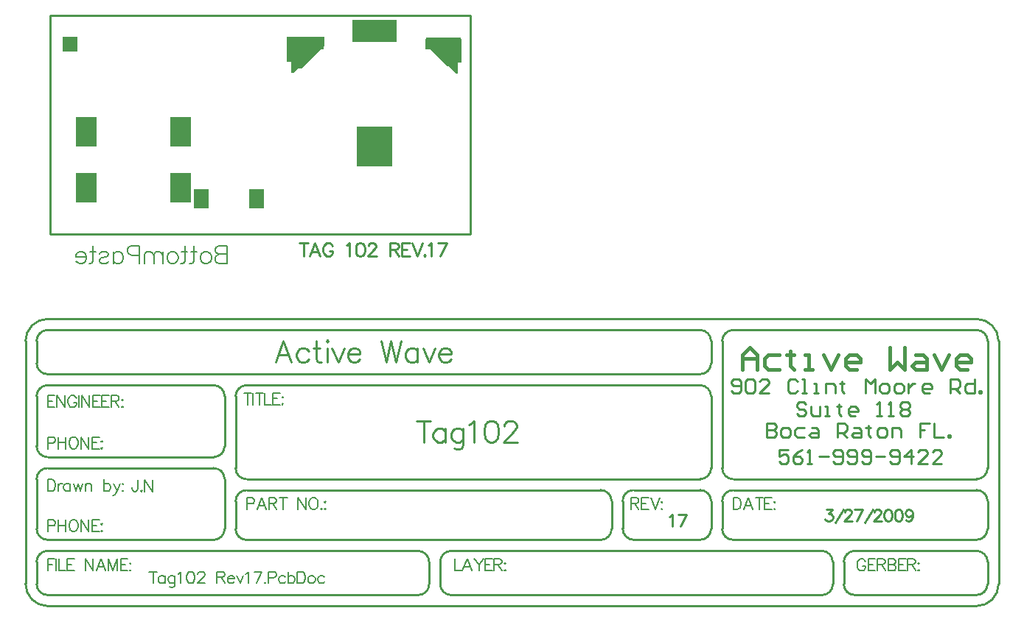
<source format=gbp>
%FSLAX23Y23*%
%MOIN*%
G70*
G01*
G75*
G04 Layer_Color=128*
%ADD10C,0.030*%
%ADD11R,0.030X0.030*%
%ADD12R,0.074X0.045*%
%ADD13C,0.040*%
%ADD14R,0.020X0.050*%
%ADD15O,0.016X0.060*%
%ADD16R,0.024X0.024*%
%ADD17O,0.016X0.060*%
%ADD18R,0.030X0.030*%
%ADD19R,0.024X0.100*%
%ADD20R,0.024X0.090*%
%ADD21R,0.070X0.024*%
%ADD22R,0.090X0.024*%
%ADD23O,0.024X0.080*%
%ADD24R,0.075X0.043*%
%ADD25R,0.014X0.035*%
%ADD26R,0.014X0.035*%
%ADD27R,0.050X0.036*%
%ADD28R,0.036X0.036*%
%ADD29R,0.036X0.036*%
%ADD30R,0.036X0.050*%
%ADD31R,0.063X0.051*%
%ADD32R,0.080X0.060*%
%ADD33C,0.010*%
%ADD34C,0.014*%
%ADD35C,0.006*%
%ADD36C,0.016*%
%ADD37C,0.015*%
%ADD38C,0.025*%
%ADD39C,0.012*%
%ADD40C,0.008*%
%ADD41C,0.020*%
%ADD42C,0.005*%
%ADD43C,0.009*%
%ADD44C,0.062*%
%ADD45R,0.062X0.062*%
%ADD46O,0.040X0.060*%
%ADD47C,0.070*%
%ADD48C,0.122*%
%ADD49C,0.028*%
%ADD50R,0.070X0.070*%
%ADD51R,0.067X0.091*%
%ADD52C,0.020*%
%ADD53R,0.200X0.100*%
%ADD54R,0.160X0.180*%
%ADD55R,0.098X0.138*%
%ADD56C,0.032*%
%ADD57C,0.010*%
G36*
X3Y72D02*
X7D01*
Y-34D01*
X-9D01*
Y-85D01*
X-17D01*
X-49Y-53D01*
X-57D01*
X-137Y25D01*
X-158D01*
Y72D01*
X-155D01*
Y77D01*
X3D01*
X3Y72D01*
D02*
G37*
G36*
X-613Y41D02*
X-617Y37D01*
Y25D01*
X-629D01*
X-714Y-60D01*
X-733D01*
X-755Y-82D01*
X-765D01*
Y-31D01*
X-782D01*
Y82D01*
X-613D01*
Y41D01*
D02*
G37*
D33*
X-1854Y-811D02*
Y178D01*
Y-811D02*
X48D01*
X-1854Y178D02*
X48D01*
Y-811D02*
Y178D01*
X-706Y-852D02*
Y-912D01*
X-726Y-852D02*
X-686D01*
X-633Y-912D02*
X-656Y-852D01*
X-679Y-912D01*
X-670Y-892D02*
X-642D01*
X-576Y-866D02*
X-579Y-861D01*
X-585Y-855D01*
X-591Y-852D01*
X-602D01*
X-608Y-855D01*
X-613Y-861D01*
X-616Y-866D01*
X-619Y-875D01*
Y-889D01*
X-616Y-898D01*
X-613Y-903D01*
X-608Y-909D01*
X-602Y-912D01*
X-591D01*
X-585Y-909D01*
X-579Y-903D01*
X-576Y-898D01*
Y-889D01*
X-591D02*
X-576D01*
X-515Y-863D02*
X-510Y-861D01*
X-501Y-852D01*
Y-912D01*
X-454Y-852D02*
X-463Y-855D01*
X-469Y-863D01*
X-471Y-878D01*
Y-886D01*
X-469Y-901D01*
X-463Y-909D01*
X-454Y-912D01*
X-449D01*
X-440Y-909D01*
X-434Y-901D01*
X-431Y-886D01*
Y-878D01*
X-434Y-863D01*
X-440Y-855D01*
X-449Y-852D01*
X-454D01*
X-415Y-866D02*
Y-863D01*
X-412Y-858D01*
X-409Y-855D01*
X-404Y-852D01*
X-392D01*
X-387Y-855D01*
X-384Y-858D01*
X-381Y-863D01*
Y-869D01*
X-384Y-875D01*
X-390Y-883D01*
X-418Y-912D01*
X-378D01*
X-318Y-852D02*
Y-912D01*
Y-852D02*
X-292D01*
X-283Y-855D01*
X-280Y-858D01*
X-278Y-863D01*
Y-869D01*
X-280Y-875D01*
X-283Y-878D01*
X-292Y-881D01*
X-318D01*
X-298D02*
X-278Y-912D01*
X-227Y-852D02*
X-264D01*
Y-912D01*
X-227D01*
X-264Y-881D02*
X-241D01*
X-217Y-852D02*
X-194Y-912D01*
X-171Y-852D02*
X-194Y-912D01*
X-161Y-906D02*
X-164Y-909D01*
X-161Y-912D01*
X-158Y-909D01*
X-161Y-906D01*
X-145Y-863D02*
X-139Y-861D01*
X-130Y-852D01*
Y-912D01*
X-61Y-852D02*
X-89Y-912D01*
X-101Y-852D02*
X-61D01*
X2385Y-2020D02*
G03*
X2336Y-1971I-49J0D01*
G01*
X1235D02*
G03*
X1185Y-2021I0J-50D01*
G01*
X2335Y-1921D02*
G03*
X2385Y-1871I0J50D01*
G01*
X1185D02*
G03*
X1235Y-1921I50J0D01*
G01*
X-1865Y-1196D02*
G03*
X-1965Y-1296I0J-100D01*
G01*
Y-2395D02*
G03*
X-1866Y-2496I101J0D01*
G01*
X2335Y-2496D02*
G03*
X2435Y-2396I0J100D01*
G01*
Y-1296D02*
G03*
X2335Y-1196I-100J0D01*
G01*
X2385Y-1295D02*
G03*
X2334Y-1246I-49J0D01*
G01*
X2335Y-2196D02*
G03*
X2385Y-2146I0J50D01*
G01*
X2385Y-2295D02*
G03*
X2335Y-2246I-50J-1D01*
G01*
Y-2446D02*
G03*
X2385Y-2396I0J50D01*
G01*
X1085Y-2196D02*
G03*
X1135Y-2146I0J50D01*
G01*
X1185Y-2147D02*
G03*
X1235Y-2196I49J0D01*
G01*
X1135Y-2020D02*
G03*
X1086Y-1971I-49J0D01*
G01*
X-1915Y-2396D02*
G03*
X-1866Y-2446I50J0D01*
G01*
X1086Y-1921D02*
G03*
X1135Y-1871I-1J50D01*
G01*
X-1865Y-2246D02*
G03*
X-1915Y-2296I0J-50D01*
G01*
X1135Y-1546D02*
G03*
X1085Y-1496I-50J0D01*
G01*
Y-1446D02*
G03*
X1135Y-1396I0J50D01*
G01*
X1235Y-1246D02*
G03*
X1185Y-1296I0J-50D01*
G01*
X1135D02*
G03*
X1085Y-1246I-50J0D01*
G01*
X-1865D02*
G03*
X-1915Y-1296I0J-50D01*
G01*
Y-1396D02*
G03*
X-1865Y-1446I50J0D01*
G01*
Y-1496D02*
G03*
X-1915Y-1546I0J-50D01*
G01*
Y-1771D02*
G03*
X-1865Y-1821I50J0D01*
G01*
Y-1871D02*
G03*
X-1915Y-1921I0J-50D01*
G01*
Y-2146D02*
G03*
X-1866Y-2196I50J0D01*
G01*
X-965Y-1496D02*
G03*
X-1015Y-1546I0J-50D01*
G01*
X-965Y-1971D02*
G03*
X-1015Y-2021I0J-50D01*
G01*
X783Y-1971D02*
G03*
X735Y-2022I0J-48D01*
G01*
X735Y-2145D02*
G03*
X785Y-2196I51J0D01*
G01*
X636Y-2196D02*
G03*
X685Y-2146I0J49D01*
G01*
X685Y-2020D02*
G03*
X636Y-1971I-49J0D01*
G01*
X-1114Y-2196D02*
G03*
X-1065Y-2147I0J49D01*
G01*
X-1015D02*
G03*
X-966Y-2196I49J0D01*
G01*
X-1015Y-1872D02*
G03*
X-966Y-1921I49J0D01*
G01*
X-1065Y-1920D02*
G03*
X-1116Y-1871I-49J0D01*
G01*
X-1113Y-1821D02*
G03*
X-1065Y-1773I0J48D01*
G01*
Y-1545D02*
G03*
X-1114Y-1496I-49J0D01*
G01*
X1785Y-2246D02*
G03*
X1735Y-2296I0J-50D01*
G01*
Y-2397D02*
G03*
X1785Y-2446I49J0D01*
G01*
X1636Y-2446D02*
G03*
X1685Y-2397I1J48D01*
G01*
X1685Y-2296D02*
G03*
X1635Y-2246I-50J0D01*
G01*
X-90Y-2396D02*
G03*
X-41Y-2446I50J0D01*
G01*
X-40Y-2246D02*
G03*
X-90Y-2296I0J-50D01*
G01*
X-189Y-2446D02*
G03*
X-140Y-2397I1J48D01*
G01*
X-140Y-2296D02*
G03*
X-190Y-2246I-50J0D01*
G01*
X2385Y-2146D02*
Y-2020D01*
X1185Y-2146D02*
Y-2021D01*
X2385Y-1871D02*
Y-1296D01*
X1185Y-1871D02*
Y-1296D01*
X-1965Y-2396D02*
Y-1296D01*
X-1915Y-2396D02*
Y-2296D01*
X2385Y-2396D02*
Y-2296D01*
X1135Y-2146D02*
Y-2021D01*
X735Y-2146D02*
Y-2021D01*
X-1015Y-2146D02*
Y-2021D01*
X685Y-2146D02*
Y-2021D01*
X-1015Y-1871D02*
Y-1546D01*
X1135Y-1871D02*
Y-1546D01*
Y-1396D02*
Y-1296D01*
X-1915Y-1396D02*
Y-1296D01*
X-1065Y-1771D02*
Y-1546D01*
X-1915Y-1771D02*
Y-1546D01*
X-1065Y-2146D02*
Y-1921D01*
X-1915Y-2146D02*
Y-1921D01*
X2435Y-2396D02*
Y-1296D01*
X1735Y-2396D02*
Y-2296D01*
X1685Y-2396D02*
Y-2296D01*
X-90Y-2396D02*
Y-2296D01*
X-140Y-2396D02*
Y-2296D01*
X1235Y-1971D02*
X2335D01*
X1235Y-1921D02*
X2335D01*
X-965D02*
X1085D01*
X1235Y-1246D02*
X2335D01*
X1235Y-2196D02*
X2335D01*
X785Y-1971D02*
X1085D01*
X785Y-2196D02*
X1085D01*
X-965D02*
X635D01*
X-965Y-1971D02*
X635D01*
X-965Y-1496D02*
X1085D01*
X-1865Y-1446D02*
X1085D01*
X-1865Y-1496D02*
X-1115D01*
X-1865Y-1821D02*
X-1115D01*
X-1865Y-1871D02*
X-1115D01*
X-1865Y-2196D02*
X-1115D01*
X-1865Y-1196D02*
X2335D01*
X-1865Y-2496D02*
X2335D01*
X-1865Y-1246D02*
X1085D01*
X1785Y-2246D02*
X2335D01*
X1785Y-2446D02*
X2335D01*
X-40Y-2246D02*
X1635D01*
X-1865D02*
X-190D01*
X-1865Y-2446D02*
X-190D01*
X-40D02*
X1635D01*
X1564Y-1583D02*
X1554Y-1572D01*
X1532D01*
X1522Y-1583D01*
Y-1593D01*
X1532Y-1604D01*
X1554D01*
X1564Y-1615D01*
Y-1625D01*
X1554Y-1636D01*
X1532D01*
X1522Y-1625D01*
X1586Y-1593D02*
Y-1625D01*
X1596Y-1636D01*
X1628D01*
Y-1593D01*
X1649Y-1636D02*
X1671D01*
X1660D01*
Y-1593D01*
X1649D01*
X1713Y-1583D02*
Y-1593D01*
X1703D01*
X1724D01*
X1713D01*
Y-1625D01*
X1724Y-1636D01*
X1788D02*
X1767D01*
X1756Y-1625D01*
Y-1604D01*
X1767Y-1593D01*
X1788D01*
X1799Y-1604D01*
Y-1615D01*
X1756D01*
X1884Y-1636D02*
X1905D01*
X1895D01*
Y-1572D01*
X1884Y-1583D01*
X1937Y-1636D02*
X1959D01*
X1948D01*
Y-1572D01*
X1937Y-1583D01*
X1991D02*
X2001Y-1572D01*
X2023D01*
X2033Y-1583D01*
Y-1593D01*
X2023Y-1604D01*
X2033Y-1615D01*
Y-1625D01*
X2023Y-1636D01*
X2001D01*
X1991Y-1625D01*
Y-1615D01*
X2001Y-1604D01*
X1991Y-1593D01*
Y-1583D01*
X2001Y-1604D02*
X2023D01*
X1484Y-1787D02*
X1442D01*
Y-1819D01*
X1463Y-1808D01*
X1474D01*
X1484Y-1819D01*
Y-1840D01*
X1474Y-1851D01*
X1452D01*
X1442Y-1840D01*
X1548Y-1787D02*
X1527Y-1798D01*
X1506Y-1819D01*
Y-1840D01*
X1516Y-1851D01*
X1537D01*
X1548Y-1840D01*
Y-1830D01*
X1537Y-1819D01*
X1506D01*
X1569Y-1851D02*
X1591D01*
X1580D01*
Y-1787D01*
X1569Y-1798D01*
X1623Y-1819D02*
X1665D01*
X1687Y-1840D02*
X1697Y-1851D01*
X1719D01*
X1729Y-1840D01*
Y-1798D01*
X1719Y-1787D01*
X1697D01*
X1687Y-1798D01*
Y-1808D01*
X1697Y-1819D01*
X1729D01*
X1751Y-1840D02*
X1761Y-1851D01*
X1783D01*
X1793Y-1840D01*
Y-1798D01*
X1783Y-1787D01*
X1761D01*
X1751Y-1798D01*
Y-1808D01*
X1761Y-1819D01*
X1793D01*
X1815Y-1840D02*
X1825Y-1851D01*
X1847D01*
X1857Y-1840D01*
Y-1798D01*
X1847Y-1787D01*
X1825D01*
X1815Y-1798D01*
Y-1808D01*
X1825Y-1819D01*
X1857D01*
X1879D02*
X1921D01*
X1943Y-1840D02*
X1953Y-1851D01*
X1975D01*
X1985Y-1840D01*
Y-1798D01*
X1975Y-1787D01*
X1953D01*
X1943Y-1798D01*
Y-1808D01*
X1953Y-1819D01*
X1985D01*
X2039Y-1851D02*
Y-1787D01*
X2007Y-1819D01*
X2049D01*
X2113Y-1851D02*
X2071D01*
X2113Y-1808D01*
Y-1798D01*
X2103Y-1787D01*
X2081D01*
X2071Y-1798D01*
X2177Y-1851D02*
X2135D01*
X2177Y-1808D01*
Y-1798D01*
X2167Y-1787D01*
X2145D01*
X2135Y-1798D01*
X1227Y-1520D02*
X1237Y-1531D01*
X1259D01*
X1269Y-1520D01*
Y-1478D01*
X1259Y-1467D01*
X1237D01*
X1227Y-1478D01*
Y-1488D01*
X1237Y-1499D01*
X1269D01*
X1291Y-1478D02*
X1301Y-1467D01*
X1322D01*
X1333Y-1478D01*
Y-1520D01*
X1322Y-1531D01*
X1301D01*
X1291Y-1520D01*
Y-1478D01*
X1397Y-1531D02*
X1354D01*
X1397Y-1488D01*
Y-1478D01*
X1386Y-1467D01*
X1365D01*
X1354Y-1478D01*
X1525D02*
X1514Y-1467D01*
X1493D01*
X1482Y-1478D01*
Y-1520D01*
X1493Y-1531D01*
X1514D01*
X1525Y-1520D01*
X1546Y-1531D02*
X1568D01*
X1557D01*
Y-1467D01*
X1546D01*
X1600Y-1531D02*
X1621D01*
X1610D01*
Y-1488D01*
X1600D01*
X1653Y-1531D02*
Y-1488D01*
X1685D01*
X1696Y-1499D01*
Y-1531D01*
X1728Y-1478D02*
Y-1488D01*
X1717D01*
X1738D01*
X1728D01*
Y-1520D01*
X1738Y-1531D01*
X1834D02*
Y-1467D01*
X1856Y-1488D01*
X1877Y-1467D01*
Y-1531D01*
X1909D02*
X1930D01*
X1941Y-1520D01*
Y-1499D01*
X1930Y-1488D01*
X1909D01*
X1898Y-1499D01*
Y-1520D01*
X1909Y-1531D01*
X1973D02*
X1994D01*
X2005Y-1520D01*
Y-1499D01*
X1994Y-1488D01*
X1973D01*
X1962Y-1499D01*
Y-1520D01*
X1973Y-1531D01*
X2026Y-1488D02*
Y-1531D01*
Y-1510D01*
X2037Y-1499D01*
X2048Y-1488D01*
X2058D01*
X2122Y-1531D02*
X2101D01*
X2090Y-1520D01*
Y-1499D01*
X2101Y-1488D01*
X2122D01*
X2133Y-1499D01*
Y-1510D01*
X2090D01*
X2218Y-1531D02*
Y-1467D01*
X2250D01*
X2261Y-1478D01*
Y-1499D01*
X2250Y-1510D01*
X2218D01*
X2240D02*
X2261Y-1531D01*
X2325Y-1467D02*
Y-1531D01*
X2293D01*
X2282Y-1520D01*
Y-1499D01*
X2293Y-1488D01*
X2325D01*
X2346Y-1531D02*
Y-1520D01*
X2357D01*
Y-1531D01*
X2346D01*
X1387Y-1667D02*
Y-1731D01*
X1419D01*
X1429Y-1720D01*
Y-1710D01*
X1419Y-1699D01*
X1387D01*
X1419D01*
X1429Y-1688D01*
Y-1678D01*
X1419Y-1667D01*
X1387D01*
X1461Y-1731D02*
X1482D01*
X1493Y-1720D01*
Y-1699D01*
X1482Y-1688D01*
X1461D01*
X1451Y-1699D01*
Y-1720D01*
X1461Y-1731D01*
X1557Y-1688D02*
X1525D01*
X1514Y-1699D01*
Y-1720D01*
X1525Y-1731D01*
X1557D01*
X1589Y-1688D02*
X1610D01*
X1621Y-1699D01*
Y-1731D01*
X1589D01*
X1578Y-1720D01*
X1589Y-1710D01*
X1621D01*
X1706Y-1731D02*
Y-1667D01*
X1738D01*
X1749Y-1678D01*
Y-1699D01*
X1738Y-1710D01*
X1706D01*
X1728D02*
X1749Y-1731D01*
X1781Y-1688D02*
X1802D01*
X1813Y-1699D01*
Y-1731D01*
X1781D01*
X1770Y-1720D01*
X1781Y-1710D01*
X1813D01*
X1845Y-1678D02*
Y-1688D01*
X1834D01*
X1856D01*
X1845D01*
Y-1720D01*
X1856Y-1731D01*
X1898D02*
X1920D01*
X1930Y-1720D01*
Y-1699D01*
X1920Y-1688D01*
X1898D01*
X1888Y-1699D01*
Y-1720D01*
X1898Y-1731D01*
X1952D02*
Y-1688D01*
X1984D01*
X1994Y-1699D01*
Y-1731D01*
X2122Y-1667D02*
X2080D01*
Y-1699D01*
X2101D01*
X2080D01*
Y-1731D01*
X2144Y-1667D02*
Y-1731D01*
X2186D01*
X2208D02*
Y-1720D01*
X2218D01*
Y-1731D01*
X2208D01*
D37*
X1277Y-1426D02*
Y-1359D01*
X1310Y-1326D01*
X1343Y-1359D01*
Y-1426D01*
Y-1376D01*
X1277D01*
X1443Y-1359D02*
X1393D01*
X1376Y-1376D01*
Y-1409D01*
X1393Y-1426D01*
X1443D01*
X1493Y-1343D02*
Y-1359D01*
X1476D01*
X1510D01*
X1493D01*
Y-1409D01*
X1510Y-1426D01*
X1560D02*
X1593D01*
X1576D01*
Y-1359D01*
X1560D01*
X1643D02*
X1676Y-1426D01*
X1710Y-1359D01*
X1793Y-1426D02*
X1760D01*
X1743Y-1409D01*
Y-1376D01*
X1760Y-1359D01*
X1793D01*
X1810Y-1376D01*
Y-1393D01*
X1743D01*
X1943Y-1326D02*
Y-1426D01*
X1976Y-1393D01*
X2010Y-1426D01*
Y-1326D01*
X2060Y-1359D02*
X2093D01*
X2110Y-1376D01*
Y-1426D01*
X2060D01*
X2043Y-1409D01*
X2060Y-1393D01*
X2110D01*
X2143Y-1359D02*
X2176Y-1426D01*
X2210Y-1359D01*
X2293Y-1426D02*
X2260D01*
X2243Y-1409D01*
Y-1376D01*
X2260Y-1359D01*
X2293D01*
X2310Y-1376D01*
Y-1393D01*
X2243D01*
D40*
X-1053Y-865D02*
Y-945D01*
Y-865D02*
X-1087D01*
X-1099Y-869D01*
X-1103Y-873D01*
X-1106Y-880D01*
Y-888D01*
X-1103Y-895D01*
X-1099Y-899D01*
X-1087Y-903D01*
X-1053D02*
X-1087D01*
X-1099Y-907D01*
X-1103Y-911D01*
X-1106Y-918D01*
Y-930D01*
X-1103Y-937D01*
X-1099Y-941D01*
X-1087Y-945D01*
X-1053D01*
X-1143Y-892D02*
X-1136Y-895D01*
X-1128Y-903D01*
X-1124Y-915D01*
Y-922D01*
X-1128Y-934D01*
X-1136Y-941D01*
X-1143Y-945D01*
X-1155D01*
X-1162Y-941D01*
X-1170Y-934D01*
X-1174Y-922D01*
Y-915D01*
X-1170Y-903D01*
X-1162Y-895D01*
X-1155Y-892D01*
X-1143D01*
X-1203Y-865D02*
Y-930D01*
X-1206Y-941D01*
X-1214Y-945D01*
X-1222D01*
X-1191Y-892D02*
X-1218D01*
X-1245Y-865D02*
Y-930D01*
X-1248Y-941D01*
X-1256Y-945D01*
X-1264D01*
X-1233Y-892D02*
X-1260D01*
X-1294D02*
X-1286Y-895D01*
X-1279Y-903D01*
X-1275Y-915D01*
Y-922D01*
X-1279Y-934D01*
X-1286Y-941D01*
X-1294Y-945D01*
X-1306D01*
X-1313Y-941D01*
X-1321Y-934D01*
X-1325Y-922D01*
Y-915D01*
X-1321Y-903D01*
X-1313Y-895D01*
X-1306Y-892D01*
X-1294D01*
X-1342D02*
Y-945D01*
Y-907D02*
X-1354Y-895D01*
X-1361Y-892D01*
X-1373D01*
X-1380Y-895D01*
X-1384Y-907D01*
Y-945D01*
Y-907D02*
X-1395Y-895D01*
X-1403Y-892D01*
X-1414D01*
X-1422Y-895D01*
X-1426Y-907D01*
Y-945D01*
X-1451Y-907D02*
X-1485D01*
X-1497Y-903D01*
X-1501Y-899D01*
X-1504Y-892D01*
Y-880D01*
X-1501Y-873D01*
X-1497Y-869D01*
X-1485Y-865D01*
X-1451D01*
Y-945D01*
X-1568Y-892D02*
Y-945D01*
Y-903D02*
X-1560Y-895D01*
X-1553Y-892D01*
X-1541D01*
X-1534Y-895D01*
X-1526Y-903D01*
X-1522Y-915D01*
Y-922D01*
X-1526Y-934D01*
X-1534Y-941D01*
X-1541Y-945D01*
X-1553D01*
X-1560Y-941D01*
X-1568Y-934D01*
X-1631Y-903D02*
X-1627Y-895D01*
X-1616Y-892D01*
X-1605D01*
X-1593Y-895D01*
X-1589Y-903D01*
X-1593Y-911D01*
X-1601Y-915D01*
X-1620Y-918D01*
X-1627Y-922D01*
X-1631Y-930D01*
Y-934D01*
X-1627Y-941D01*
X-1616Y-945D01*
X-1605D01*
X-1593Y-941D01*
X-1589Y-934D01*
X-1659Y-865D02*
Y-930D01*
X-1663Y-941D01*
X-1671Y-945D01*
X-1678D01*
X-1648Y-892D02*
X-1675D01*
X-1690Y-915D02*
X-1736D01*
Y-907D01*
X-1732Y-899D01*
X-1728Y-895D01*
X-1720Y-892D01*
X-1709D01*
X-1701Y-895D01*
X-1694Y-903D01*
X-1690Y-915D01*
Y-922D01*
X-1694Y-934D01*
X-1701Y-941D01*
X-1709Y-945D01*
X-1720D01*
X-1728Y-941D01*
X-1736Y-934D01*
X-1457Y-1924D02*
Y-1965D01*
X-1459Y-1972D01*
X-1462Y-1975D01*
X-1467Y-1977D01*
X-1472D01*
X-1477Y-1975D01*
X-1480Y-1972D01*
X-1482Y-1965D01*
Y-1959D01*
X-1440Y-1972D02*
X-1443Y-1975D01*
X-1440Y-1977D01*
X-1438Y-1975D01*
X-1440Y-1972D01*
X-1426Y-1924D02*
Y-1977D01*
Y-1924D02*
X-1391Y-1977D01*
Y-1924D02*
Y-1977D01*
D42*
X-1388Y-2340D02*
Y-2393D01*
X-1406Y-2340D02*
X-1370D01*
X-1334Y-2357D02*
Y-2393D01*
Y-2365D02*
X-1339Y-2360D01*
X-1344Y-2357D01*
X-1351D01*
X-1356Y-2360D01*
X-1362Y-2365D01*
X-1364Y-2373D01*
Y-2378D01*
X-1362Y-2385D01*
X-1356Y-2390D01*
X-1351Y-2393D01*
X-1344D01*
X-1339Y-2390D01*
X-1334Y-2385D01*
X-1289Y-2357D02*
Y-2398D01*
X-1291Y-2406D01*
X-1294Y-2408D01*
X-1299Y-2411D01*
X-1307D01*
X-1312Y-2408D01*
X-1289Y-2365D02*
X-1294Y-2360D01*
X-1299Y-2357D01*
X-1307D01*
X-1312Y-2360D01*
X-1317Y-2365D01*
X-1319Y-2373D01*
Y-2378D01*
X-1317Y-2385D01*
X-1312Y-2390D01*
X-1307Y-2393D01*
X-1299D01*
X-1294Y-2390D01*
X-1289Y-2385D01*
X-1275Y-2350D02*
X-1270Y-2347D01*
X-1262Y-2340D01*
Y-2393D01*
X-1220Y-2340D02*
X-1228Y-2342D01*
X-1233Y-2350D01*
X-1236Y-2363D01*
Y-2370D01*
X-1233Y-2383D01*
X-1228Y-2390D01*
X-1220Y-2393D01*
X-1215D01*
X-1208Y-2390D01*
X-1203Y-2383D01*
X-1200Y-2370D01*
Y-2363D01*
X-1203Y-2350D01*
X-1208Y-2342D01*
X-1215Y-2340D01*
X-1220D01*
X-1186Y-2352D02*
Y-2350D01*
X-1183Y-2345D01*
X-1181Y-2342D01*
X-1175Y-2340D01*
X-1165D01*
X-1160Y-2342D01*
X-1158Y-2345D01*
X-1155Y-2350D01*
Y-2355D01*
X-1158Y-2360D01*
X-1163Y-2368D01*
X-1188Y-2393D01*
X-1153D01*
X-1099Y-2340D02*
Y-2393D01*
Y-2340D02*
X-1076D01*
X-1068Y-2342D01*
X-1066Y-2345D01*
X-1063Y-2350D01*
Y-2355D01*
X-1066Y-2360D01*
X-1068Y-2363D01*
X-1076Y-2365D01*
X-1099D01*
X-1081D02*
X-1063Y-2393D01*
X-1051Y-2373D02*
X-1021D01*
Y-2368D01*
X-1023Y-2363D01*
X-1026Y-2360D01*
X-1031Y-2357D01*
X-1039D01*
X-1044Y-2360D01*
X-1049Y-2365D01*
X-1051Y-2373D01*
Y-2378D01*
X-1049Y-2385D01*
X-1044Y-2390D01*
X-1039Y-2393D01*
X-1031D01*
X-1026Y-2390D01*
X-1021Y-2385D01*
X-1009Y-2357D02*
X-994Y-2393D01*
X-979Y-2357D02*
X-994Y-2393D01*
X-970Y-2350D02*
X-965Y-2347D01*
X-958Y-2340D01*
Y-2393D01*
X-896Y-2340D02*
X-921Y-2393D01*
X-931Y-2340D02*
X-896D01*
X-881Y-2388D02*
X-884Y-2390D01*
X-881Y-2393D01*
X-879Y-2390D01*
X-881Y-2388D01*
X-867Y-2368D02*
X-844D01*
X-836Y-2365D01*
X-834Y-2363D01*
X-831Y-2357D01*
Y-2350D01*
X-834Y-2345D01*
X-836Y-2342D01*
X-844Y-2340D01*
X-867D01*
Y-2393D01*
X-789Y-2365D02*
X-794Y-2360D01*
X-799Y-2357D01*
X-807D01*
X-812Y-2360D01*
X-817Y-2365D01*
X-819Y-2373D01*
Y-2378D01*
X-817Y-2385D01*
X-812Y-2390D01*
X-807Y-2393D01*
X-799D01*
X-794Y-2390D01*
X-789Y-2385D01*
X-778Y-2340D02*
Y-2393D01*
Y-2365D02*
X-772Y-2360D01*
X-767Y-2357D01*
X-760D01*
X-755Y-2360D01*
X-750Y-2365D01*
X-747Y-2373D01*
Y-2378D01*
X-750Y-2385D01*
X-755Y-2390D01*
X-760Y-2393D01*
X-767D01*
X-772Y-2390D01*
X-778Y-2385D01*
X-736Y-2340D02*
Y-2393D01*
Y-2340D02*
X-718D01*
X-710Y-2342D01*
X-705Y-2347D01*
X-703Y-2352D01*
X-700Y-2360D01*
Y-2373D01*
X-703Y-2380D01*
X-705Y-2385D01*
X-710Y-2390D01*
X-718Y-2393D01*
X-736D01*
X-675Y-2357D02*
X-681Y-2360D01*
X-686Y-2365D01*
X-688Y-2373D01*
Y-2378D01*
X-686Y-2385D01*
X-681Y-2390D01*
X-675Y-2393D01*
X-668D01*
X-663Y-2390D01*
X-658Y-2385D01*
X-655Y-2378D01*
Y-2373D01*
X-658Y-2365D01*
X-663Y-2360D01*
X-668Y-2357D01*
X-675D01*
X-613Y-2365D02*
X-618Y-2360D01*
X-623Y-2357D01*
X-631D01*
X-636Y-2360D01*
X-641Y-2365D01*
X-643Y-2373D01*
Y-2378D01*
X-641Y-2385D01*
X-636Y-2390D01*
X-631Y-2393D01*
X-623D01*
X-618Y-2390D01*
X-613Y-2385D01*
X1235Y-2005D02*
Y-2059D01*
Y-2005D02*
X1253D01*
X1260Y-2008D01*
X1265Y-2013D01*
X1268Y-2018D01*
X1270Y-2026D01*
Y-2038D01*
X1268Y-2046D01*
X1265Y-2051D01*
X1260Y-2056D01*
X1253Y-2059D01*
X1235D01*
X1323D02*
X1303Y-2005D01*
X1282Y-2059D01*
X1290Y-2041D02*
X1315D01*
X1353Y-2005D02*
Y-2059D01*
X1335Y-2005D02*
X1371D01*
X1410D02*
X1377D01*
Y-2059D01*
X1410D01*
X1377Y-2031D02*
X1398D01*
X1422Y-2023D02*
X1419Y-2026D01*
X1422Y-2028D01*
X1424Y-2026D01*
X1422Y-2023D01*
Y-2054D02*
X1419Y-2056D01*
X1422Y-2059D01*
X1424Y-2056D01*
X1422Y-2054D01*
X772Y-2005D02*
Y-2059D01*
Y-2005D02*
X795D01*
X803Y-2008D01*
X805Y-2010D01*
X808Y-2016D01*
Y-2021D01*
X805Y-2026D01*
X803Y-2028D01*
X795Y-2031D01*
X772D01*
X790D02*
X808Y-2059D01*
X853Y-2005D02*
X820D01*
Y-2059D01*
X853D01*
X820Y-2031D02*
X840D01*
X862Y-2005D02*
X882Y-2059D01*
X902Y-2005D02*
X882Y-2059D01*
X912Y-2023D02*
X909Y-2026D01*
X912Y-2028D01*
X914Y-2026D01*
X912Y-2023D01*
Y-2054D02*
X909Y-2056D01*
X912Y-2059D01*
X914Y-2056D01*
X912Y-2054D01*
X-1865Y-1758D02*
X-1842D01*
X-1835Y-1756D01*
X-1832Y-1753D01*
X-1830Y-1748D01*
Y-1741D01*
X-1832Y-1735D01*
X-1835Y-1733D01*
X-1842Y-1730D01*
X-1865D01*
Y-1784D01*
X-1818Y-1730D02*
Y-1784D01*
X-1782Y-1730D02*
Y-1784D01*
X-1818Y-1756D02*
X-1782D01*
X-1752Y-1730D02*
X-1757Y-1733D01*
X-1762Y-1738D01*
X-1765Y-1743D01*
X-1767Y-1751D01*
Y-1763D01*
X-1765Y-1771D01*
X-1762Y-1776D01*
X-1757Y-1781D01*
X-1752Y-1784D01*
X-1742D01*
X-1737Y-1781D01*
X-1732Y-1776D01*
X-1729Y-1771D01*
X-1727Y-1763D01*
Y-1751D01*
X-1729Y-1743D01*
X-1732Y-1738D01*
X-1737Y-1733D01*
X-1742Y-1730D01*
X-1752D01*
X-1714D02*
Y-1784D01*
Y-1730D02*
X-1679Y-1784D01*
Y-1730D02*
Y-1784D01*
X-1631Y-1730D02*
X-1664D01*
Y-1784D01*
X-1631D01*
X-1664Y-1756D02*
X-1644D01*
X-1620Y-1748D02*
X-1622Y-1751D01*
X-1620Y-1753D01*
X-1617Y-1751D01*
X-1620Y-1748D01*
Y-1779D02*
X-1622Y-1781D01*
X-1620Y-1784D01*
X-1617Y-1781D01*
X-1620Y-1779D01*
X-1865Y-2133D02*
X-1842D01*
X-1835Y-2131D01*
X-1832Y-2128D01*
X-1830Y-2123D01*
Y-2116D01*
X-1832Y-2110D01*
X-1835Y-2108D01*
X-1842Y-2105D01*
X-1865D01*
Y-2159D01*
X-1818Y-2105D02*
Y-2159D01*
X-1782Y-2105D02*
Y-2159D01*
X-1818Y-2131D02*
X-1782D01*
X-1752Y-2105D02*
X-1757Y-2108D01*
X-1762Y-2113D01*
X-1765Y-2118D01*
X-1767Y-2126D01*
Y-2138D01*
X-1765Y-2146D01*
X-1762Y-2151D01*
X-1757Y-2156D01*
X-1752Y-2159D01*
X-1742D01*
X-1737Y-2156D01*
X-1732Y-2151D01*
X-1729Y-2146D01*
X-1727Y-2138D01*
Y-2126D01*
X-1729Y-2118D01*
X-1732Y-2113D01*
X-1737Y-2108D01*
X-1742Y-2105D01*
X-1752D01*
X-1714D02*
Y-2159D01*
Y-2105D02*
X-1679Y-2159D01*
Y-2105D02*
Y-2159D01*
X-1631Y-2105D02*
X-1664D01*
Y-2159D01*
X-1631D01*
X-1664Y-2131D02*
X-1644D01*
X-1620Y-2123D02*
X-1622Y-2126D01*
X-1620Y-2128D01*
X-1617Y-2126D01*
X-1620Y-2123D01*
Y-2154D02*
X-1622Y-2156D01*
X-1620Y-2159D01*
X-1617Y-2156D01*
X-1620Y-2154D01*
X-25Y-2283D02*
Y-2336D01*
X5D01*
X52D02*
X32Y-2283D01*
X11Y-2336D01*
X19Y-2318D02*
X44D01*
X64Y-2283D02*
X85Y-2308D01*
Y-2336D01*
X105Y-2283D02*
X85Y-2308D01*
X145Y-2283D02*
X112D01*
Y-2336D01*
X145D01*
X112Y-2308D02*
X132D01*
X154Y-2283D02*
Y-2336D01*
Y-2283D02*
X177D01*
X184Y-2285D01*
X187Y-2288D01*
X189Y-2293D01*
Y-2298D01*
X187Y-2303D01*
X184Y-2306D01*
X177Y-2308D01*
X154D01*
X171D02*
X189Y-2336D01*
X204Y-2301D02*
X201Y-2303D01*
X204Y-2306D01*
X206Y-2303D01*
X204Y-2301D01*
Y-2331D02*
X201Y-2334D01*
X204Y-2336D01*
X206Y-2334D01*
X204Y-2331D01*
X-1832Y-1543D02*
X-1865D01*
Y-1596D01*
X-1832D01*
X-1865Y-1568D02*
X-1845D01*
X-1823Y-1543D02*
Y-1596D01*
Y-1543D02*
X-1788Y-1596D01*
Y-1543D02*
Y-1596D01*
X-1735Y-1556D02*
X-1737Y-1550D01*
X-1742Y-1545D01*
X-1748Y-1543D01*
X-1758D01*
X-1763Y-1545D01*
X-1768Y-1550D01*
X-1770Y-1556D01*
X-1773Y-1563D01*
Y-1576D01*
X-1770Y-1583D01*
X-1768Y-1589D01*
X-1763Y-1594D01*
X-1758Y-1596D01*
X-1748D01*
X-1742Y-1594D01*
X-1737Y-1589D01*
X-1735Y-1583D01*
Y-1576D01*
X-1748D02*
X-1735D01*
X-1723Y-1543D02*
Y-1596D01*
X-1711Y-1543D02*
Y-1596D01*
Y-1543D02*
X-1676Y-1596D01*
Y-1543D02*
Y-1596D01*
X-1628Y-1543D02*
X-1661D01*
Y-1596D01*
X-1628D01*
X-1661Y-1568D02*
X-1641D01*
X-1586Y-1543D02*
X-1619D01*
Y-1596D01*
X-1586D01*
X-1619Y-1568D02*
X-1599D01*
X-1577Y-1543D02*
Y-1596D01*
Y-1543D02*
X-1555D01*
X-1547Y-1545D01*
X-1544Y-1548D01*
X-1542Y-1553D01*
Y-1558D01*
X-1544Y-1563D01*
X-1547Y-1566D01*
X-1555Y-1568D01*
X-1577D01*
X-1560D02*
X-1542Y-1596D01*
X-1527Y-1561D02*
X-1530Y-1563D01*
X-1527Y-1566D01*
X-1525Y-1563D01*
X-1527Y-1561D01*
Y-1591D02*
X-1530Y-1594D01*
X-1527Y-1596D01*
X-1525Y-1594D01*
X-1527Y-1591D01*
X-965Y-2033D02*
X-942D01*
X-935Y-2031D01*
X-932Y-2028D01*
X-930Y-2023D01*
Y-2016D01*
X-932Y-2010D01*
X-935Y-2008D01*
X-942Y-2005D01*
X-965D01*
Y-2059D01*
X-877D02*
X-897Y-2005D01*
X-918Y-2059D01*
X-910Y-2041D02*
X-885D01*
X-865Y-2005D02*
Y-2059D01*
Y-2005D02*
X-842D01*
X-834Y-2008D01*
X-832Y-2010D01*
X-829Y-2016D01*
Y-2021D01*
X-832Y-2026D01*
X-834Y-2028D01*
X-842Y-2031D01*
X-865D01*
X-847D02*
X-829Y-2059D01*
X-799Y-2005D02*
Y-2059D01*
X-817Y-2005D02*
X-781D01*
X-733D02*
Y-2059D01*
Y-2005D02*
X-698Y-2059D01*
Y-2005D02*
Y-2059D01*
X-668Y-2005D02*
X-673Y-2008D01*
X-678Y-2013D01*
X-680Y-2018D01*
X-683Y-2026D01*
Y-2038D01*
X-680Y-2046D01*
X-678Y-2051D01*
X-673Y-2056D01*
X-668Y-2059D01*
X-658D01*
X-653Y-2056D01*
X-647Y-2051D01*
X-645Y-2046D01*
X-642Y-2038D01*
Y-2026D01*
X-645Y-2018D01*
X-647Y-2013D01*
X-653Y-2008D01*
X-658Y-2005D01*
X-668D01*
X-627Y-2054D02*
X-630Y-2056D01*
X-627Y-2059D01*
X-625Y-2056D01*
X-627Y-2054D01*
X-611Y-2023D02*
X-613Y-2026D01*
X-611Y-2028D01*
X-608Y-2026D01*
X-611Y-2023D01*
Y-2054D02*
X-613Y-2056D01*
X-611Y-2059D01*
X-608Y-2056D01*
X-611Y-2054D01*
X-960Y-1530D02*
Y-1584D01*
X-978Y-1530D02*
X-942D01*
X-936D02*
Y-1584D01*
X-907Y-1530D02*
Y-1584D01*
X-925Y-1530D02*
X-889D01*
X-883D02*
Y-1584D01*
X-852D01*
X-813Y-1530D02*
X-846D01*
Y-1584D01*
X-813D01*
X-846Y-1556D02*
X-826D01*
X-802Y-1548D02*
X-804Y-1551D01*
X-802Y-1553D01*
X-799Y-1551D01*
X-802Y-1548D01*
Y-1579D02*
X-804Y-1581D01*
X-802Y-1584D01*
X-799Y-1581D01*
X-802Y-1579D01*
X-1865Y-1923D02*
Y-1976D01*
Y-1923D02*
X-1847D01*
X-1840Y-1925D01*
X-1835Y-1930D01*
X-1832Y-1936D01*
X-1830Y-1943D01*
Y-1956D01*
X-1832Y-1963D01*
X-1835Y-1969D01*
X-1840Y-1974D01*
X-1847Y-1976D01*
X-1865D01*
X-1818Y-1941D02*
Y-1976D01*
Y-1956D02*
X-1815Y-1948D01*
X-1810Y-1943D01*
X-1805Y-1941D01*
X-1797D01*
X-1762D02*
Y-1976D01*
Y-1948D02*
X-1767Y-1943D01*
X-1772Y-1941D01*
X-1780D01*
X-1785Y-1943D01*
X-1790Y-1948D01*
X-1792Y-1956D01*
Y-1961D01*
X-1790Y-1969D01*
X-1785Y-1974D01*
X-1780Y-1976D01*
X-1772D01*
X-1767Y-1974D01*
X-1762Y-1969D01*
X-1748Y-1941D02*
X-1738Y-1976D01*
X-1727Y-1941D02*
X-1738Y-1976D01*
X-1727Y-1941D02*
X-1717Y-1976D01*
X-1707Y-1941D02*
X-1717Y-1976D01*
X-1695Y-1941D02*
Y-1976D01*
Y-1951D02*
X-1687Y-1943D01*
X-1682Y-1941D01*
X-1674D01*
X-1669Y-1943D01*
X-1667Y-1951D01*
Y-1976D01*
X-1611Y-1923D02*
Y-1976D01*
Y-1948D02*
X-1606Y-1943D01*
X-1601Y-1941D01*
X-1593D01*
X-1588Y-1943D01*
X-1583Y-1948D01*
X-1580Y-1956D01*
Y-1961D01*
X-1583Y-1969D01*
X-1588Y-1974D01*
X-1593Y-1976D01*
X-1601D01*
X-1606Y-1974D01*
X-1611Y-1969D01*
X-1566Y-1941D02*
X-1551Y-1976D01*
X-1536Y-1941D02*
X-1551Y-1976D01*
X-1556Y-1986D01*
X-1561Y-1991D01*
X-1566Y-1994D01*
X-1569D01*
X-1525Y-1941D02*
X-1527Y-1943D01*
X-1525Y-1946D01*
X-1522Y-1943D01*
X-1525Y-1941D01*
Y-1971D02*
X-1527Y-1974D01*
X-1525Y-1976D01*
X-1522Y-1974D01*
X-1525Y-1971D01*
X-1865Y-2283D02*
Y-2336D01*
Y-2283D02*
X-1832D01*
X-1865Y-2308D02*
X-1845D01*
X-1826Y-2283D02*
Y-2336D01*
X-1815Y-2283D02*
Y-2336D01*
X-1784D01*
X-1745Y-2283D02*
X-1778D01*
Y-2336D01*
X-1745D01*
X-1778Y-2308D02*
X-1758D01*
X-1695Y-2283D02*
Y-2336D01*
Y-2283D02*
X-1659Y-2336D01*
Y-2283D02*
Y-2336D01*
X-1604D02*
X-1624Y-2283D01*
X-1644Y-2336D01*
X-1637Y-2318D02*
X-1611D01*
X-1591Y-2283D02*
Y-2336D01*
Y-2283D02*
X-1571Y-2336D01*
X-1551Y-2283D02*
X-1571Y-2336D01*
X-1551Y-2283D02*
Y-2336D01*
X-1502Y-2283D02*
X-1535D01*
Y-2336D01*
X-1502D01*
X-1535Y-2308D02*
X-1515D01*
X-1491Y-2301D02*
X-1494Y-2303D01*
X-1491Y-2306D01*
X-1489Y-2303D01*
X-1491Y-2301D01*
Y-2331D02*
X-1494Y-2334D01*
X-1491Y-2336D01*
X-1489Y-2334D01*
X-1491Y-2331D01*
X1833Y-2296D02*
X1830Y-2290D01*
X1825Y-2285D01*
X1820Y-2283D01*
X1810D01*
X1805Y-2285D01*
X1800Y-2290D01*
X1797Y-2296D01*
X1795Y-2303D01*
Y-2316D01*
X1797Y-2323D01*
X1800Y-2329D01*
X1805Y-2334D01*
X1810Y-2336D01*
X1820D01*
X1825Y-2334D01*
X1830Y-2329D01*
X1833Y-2323D01*
Y-2316D01*
X1820D02*
X1833D01*
X1878Y-2283D02*
X1845D01*
Y-2336D01*
X1878D01*
X1845Y-2308D02*
X1866D01*
X1887Y-2283D02*
Y-2336D01*
Y-2283D02*
X1910D01*
X1918Y-2285D01*
X1920Y-2288D01*
X1923Y-2293D01*
Y-2298D01*
X1920Y-2303D01*
X1918Y-2306D01*
X1910Y-2308D01*
X1887D01*
X1905D02*
X1923Y-2336D01*
X1935Y-2283D02*
Y-2336D01*
Y-2283D02*
X1957D01*
X1965Y-2285D01*
X1968Y-2288D01*
X1970Y-2293D01*
Y-2298D01*
X1968Y-2303D01*
X1965Y-2306D01*
X1957Y-2308D01*
X1935D02*
X1957D01*
X1965Y-2311D01*
X1968Y-2313D01*
X1970Y-2318D01*
Y-2326D01*
X1968Y-2331D01*
X1965Y-2334D01*
X1957Y-2336D01*
X1935D01*
X2015Y-2283D02*
X1982D01*
Y-2336D01*
X2015D01*
X1982Y-2308D02*
X2002D01*
X2024Y-2283D02*
Y-2336D01*
Y-2283D02*
X2047D01*
X2054Y-2285D01*
X2057Y-2288D01*
X2059Y-2293D01*
Y-2298D01*
X2057Y-2303D01*
X2054Y-2306D01*
X2047Y-2308D01*
X2024D01*
X2042D02*
X2059Y-2336D01*
X2074Y-2301D02*
X2071Y-2303D01*
X2074Y-2306D01*
X2077Y-2303D01*
X2074Y-2301D01*
Y-2331D02*
X2071Y-2334D01*
X2074Y-2336D01*
X2077Y-2334D01*
X2074Y-2331D01*
D43*
X1655Y-2058D02*
X1683D01*
X1667Y-2079D01*
X1675D01*
X1680Y-2081D01*
X1683Y-2084D01*
X1685Y-2091D01*
Y-2096D01*
X1683Y-2104D01*
X1678Y-2109D01*
X1670Y-2112D01*
X1662D01*
X1655Y-2109D01*
X1652Y-2107D01*
X1650Y-2101D01*
X1697Y-2119D02*
X1733Y-2058D01*
X1739Y-2071D02*
Y-2068D01*
X1741Y-2063D01*
X1744Y-2061D01*
X1749Y-2058D01*
X1759D01*
X1764Y-2061D01*
X1767Y-2063D01*
X1769Y-2068D01*
Y-2074D01*
X1767Y-2079D01*
X1762Y-2086D01*
X1736Y-2112D01*
X1772D01*
X1819Y-2058D02*
X1794Y-2112D01*
X1784Y-2058D02*
X1819D01*
X1831Y-2119D02*
X1867Y-2058D01*
X1873Y-2071D02*
Y-2068D01*
X1875Y-2063D01*
X1878Y-2061D01*
X1883Y-2058D01*
X1893D01*
X1898Y-2061D01*
X1901Y-2063D01*
X1903Y-2068D01*
Y-2074D01*
X1901Y-2079D01*
X1896Y-2086D01*
X1870Y-2112D01*
X1906D01*
X1933Y-2058D02*
X1925Y-2061D01*
X1920Y-2068D01*
X1918Y-2081D01*
Y-2089D01*
X1920Y-2101D01*
X1925Y-2109D01*
X1933Y-2112D01*
X1938D01*
X1946Y-2109D01*
X1951Y-2101D01*
X1953Y-2089D01*
Y-2081D01*
X1951Y-2068D01*
X1946Y-2061D01*
X1938Y-2058D01*
X1933D01*
X1981D02*
X1973Y-2061D01*
X1968Y-2068D01*
X1965Y-2081D01*
Y-2089D01*
X1968Y-2101D01*
X1973Y-2109D01*
X1981Y-2112D01*
X1986D01*
X1993Y-2109D01*
X1998Y-2101D01*
X2001Y-2089D01*
Y-2081D01*
X1998Y-2068D01*
X1993Y-2061D01*
X1986Y-2058D01*
X1981D01*
X2046Y-2076D02*
X2043Y-2084D01*
X2038Y-2089D01*
X2031Y-2091D01*
X2028D01*
X2020Y-2089D01*
X2015Y-2084D01*
X2013Y-2076D01*
Y-2074D01*
X2015Y-2066D01*
X2020Y-2061D01*
X2028Y-2058D01*
X2031D01*
X2038Y-2061D01*
X2043Y-2066D01*
X2046Y-2076D01*
Y-2089D01*
X2043Y-2101D01*
X2038Y-2109D01*
X2031Y-2112D01*
X2025D01*
X2018Y-2109D01*
X2015Y-2104D01*
X947Y-2091D02*
X952Y-2088D01*
X960Y-2080D01*
Y-2134D01*
X1022Y-2080D02*
X997Y-2134D01*
X987Y-2080D02*
X1022D01*
X-762Y-1391D02*
X-799Y-1295D01*
X-835Y-1391D01*
X-821Y-1359D02*
X-776D01*
X-685Y-1341D02*
X-694Y-1332D01*
X-703Y-1327D01*
X-717D01*
X-726Y-1332D01*
X-735Y-1341D01*
X-740Y-1355D01*
Y-1364D01*
X-735Y-1377D01*
X-726Y-1387D01*
X-717Y-1391D01*
X-703D01*
X-694Y-1387D01*
X-685Y-1377D01*
X-650Y-1295D02*
Y-1373D01*
X-646Y-1387D01*
X-637Y-1391D01*
X-628D01*
X-664Y-1327D02*
X-632D01*
X-605Y-1295D02*
X-600Y-1300D01*
X-596Y-1295D01*
X-600Y-1291D01*
X-605Y-1295D01*
X-600Y-1327D02*
Y-1391D01*
X-579Y-1327D02*
X-551Y-1391D01*
X-524Y-1327D02*
X-551Y-1391D01*
X-508Y-1355D02*
X-453D01*
Y-1345D01*
X-458Y-1336D01*
X-463Y-1332D01*
X-472Y-1327D01*
X-485D01*
X-495Y-1332D01*
X-504Y-1341D01*
X-508Y-1355D01*
Y-1364D01*
X-504Y-1377D01*
X-495Y-1387D01*
X-485Y-1391D01*
X-472D01*
X-463Y-1387D01*
X-453Y-1377D01*
X-357Y-1295D02*
X-335Y-1391D01*
X-312Y-1295D02*
X-335Y-1391D01*
X-312Y-1295D02*
X-289Y-1391D01*
X-266Y-1295D02*
X-289Y-1391D01*
X-192Y-1327D02*
Y-1391D01*
Y-1341D02*
X-201Y-1332D01*
X-210Y-1327D01*
X-224D01*
X-233Y-1332D01*
X-242Y-1341D01*
X-247Y-1355D01*
Y-1364D01*
X-242Y-1377D01*
X-233Y-1387D01*
X-224Y-1391D01*
X-210D01*
X-201Y-1387D01*
X-192Y-1377D01*
X-166Y-1327D02*
X-139Y-1391D01*
X-112Y-1327D02*
X-139Y-1391D01*
X-96Y-1355D02*
X-41D01*
Y-1345D01*
X-46Y-1336D01*
X-50Y-1332D01*
X-59Y-1327D01*
X-73D01*
X-82Y-1332D01*
X-91Y-1341D01*
X-96Y-1355D01*
Y-1364D01*
X-91Y-1377D01*
X-82Y-1387D01*
X-73Y-1391D01*
X-59D01*
X-50Y-1387D01*
X-41Y-1377D01*
X-165Y-1658D02*
Y-1754D01*
X-197Y-1658D02*
X-133D01*
X-67Y-1690D02*
Y-1754D01*
Y-1704D02*
X-76Y-1695D01*
X-85Y-1690D01*
X-99D01*
X-108Y-1695D01*
X-117Y-1704D01*
X-122Y-1717D01*
Y-1727D01*
X-117Y-1740D01*
X-108Y-1749D01*
X-99Y-1754D01*
X-85D01*
X-76Y-1749D01*
X-67Y-1740D01*
X14Y-1690D02*
Y-1763D01*
X9Y-1777D01*
X5Y-1781D01*
X-5Y-1786D01*
X-18D01*
X-27Y-1781D01*
X14Y-1704D02*
X5Y-1695D01*
X-5Y-1690D01*
X-18D01*
X-27Y-1695D01*
X-37Y-1704D01*
X-41Y-1717D01*
Y-1727D01*
X-37Y-1740D01*
X-27Y-1749D01*
X-18Y-1754D01*
X-5D01*
X5Y-1749D01*
X14Y-1740D01*
X39Y-1676D02*
X48Y-1672D01*
X62Y-1658D01*
Y-1754D01*
X137Y-1658D02*
X123Y-1663D01*
X114Y-1676D01*
X110Y-1699D01*
Y-1713D01*
X114Y-1736D01*
X123Y-1749D01*
X137Y-1754D01*
X146D01*
X160Y-1749D01*
X169Y-1736D01*
X174Y-1713D01*
Y-1699D01*
X169Y-1676D01*
X160Y-1663D01*
X146Y-1658D01*
X137D01*
X200Y-1681D02*
Y-1676D01*
X204Y-1667D01*
X209Y-1663D01*
X218Y-1658D01*
X236D01*
X245Y-1663D01*
X250Y-1667D01*
X255Y-1676D01*
Y-1685D01*
X250Y-1695D01*
X241Y-1708D01*
X195Y-1754D01*
X259D01*
D50*
X-1765Y49D02*
D03*
D51*
X-1171Y-650D02*
D03*
X-919D02*
D03*
D52*
X-702Y30D02*
D03*
X-72Y25D02*
D03*
D53*
X-387Y110D02*
D03*
D54*
Y-414D02*
D03*
D55*
X-1690Y-349D02*
D03*
X-1265D02*
D03*
X-1690Y-601D02*
D03*
X-1265D02*
D03*
M02*

</source>
